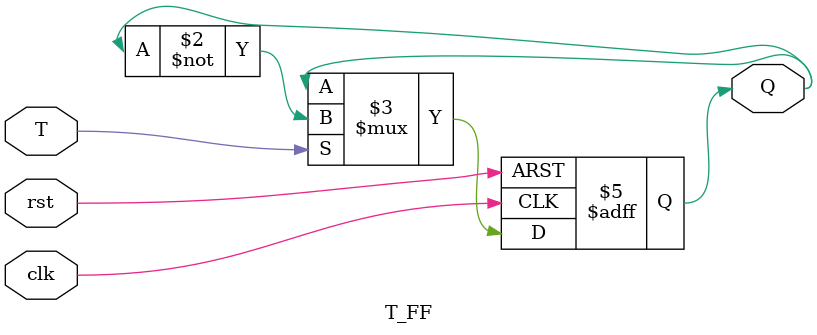
<source format=v>
module T_FF ( 
    input wire clk,
    input wire rst,
    input wire T,
    output reg Q
);
    always @(posedge clk or posedge rst) begin
        if(rst)
        Q <= 0;
        else if(T)
        Q <= ~Q;
    end
    
endmodule
</source>
